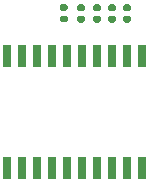
<source format=gbr>
%TF.GenerationSoftware,KiCad,Pcbnew,(5.1.6)-1*%
%TF.CreationDate,2020-09-22T22:22:24+03:00*%
%TF.ProjectId,ZX Keyboard logic,5a58204b-6579-4626-9f61-7264206c6f67,rev?*%
%TF.SameCoordinates,Original*%
%TF.FileFunction,Paste,Top*%
%TF.FilePolarity,Positive*%
%FSLAX46Y46*%
G04 Gerber Fmt 4.6, Leading zero omitted, Abs format (unit mm)*
G04 Created by KiCad (PCBNEW (5.1.6)-1) date 2020-09-22 22:22:24*
%MOMM*%
%LPD*%
G01*
G04 APERTURE LIST*
%ADD10R,0.650000X1.950000*%
G04 APERTURE END LIST*
%TO.C,R?-R1*%
G36*
G01*
X79928500Y-85939000D02*
X79583500Y-85939000D01*
G75*
G02*
X79436000Y-85791500I0J147500D01*
G01*
X79436000Y-85496500D01*
G75*
G02*
X79583500Y-85349000I147500J0D01*
G01*
X79928500Y-85349000D01*
G75*
G02*
X80076000Y-85496500I0J-147500D01*
G01*
X80076000Y-85791500D01*
G75*
G02*
X79928500Y-85939000I-147500J0D01*
G01*
G37*
G36*
G01*
X79928500Y-86909000D02*
X79583500Y-86909000D01*
G75*
G02*
X79436000Y-86761500I0J147500D01*
G01*
X79436000Y-86466500D01*
G75*
G02*
X79583500Y-86319000I147500J0D01*
G01*
X79928500Y-86319000D01*
G75*
G02*
X80076000Y-86466500I0J-147500D01*
G01*
X80076000Y-86761500D01*
G75*
G02*
X79928500Y-86909000I-147500J0D01*
G01*
G37*
%TD*%
%TO.C,R4*%
G36*
G01*
X74594500Y-85916000D02*
X74249500Y-85916000D01*
G75*
G02*
X74102000Y-85768500I0J147500D01*
G01*
X74102000Y-85473500D01*
G75*
G02*
X74249500Y-85326000I147500J0D01*
G01*
X74594500Y-85326000D01*
G75*
G02*
X74742000Y-85473500I0J-147500D01*
G01*
X74742000Y-85768500D01*
G75*
G02*
X74594500Y-85916000I-147500J0D01*
G01*
G37*
G36*
G01*
X74594500Y-86886000D02*
X74249500Y-86886000D01*
G75*
G02*
X74102000Y-86738500I0J147500D01*
G01*
X74102000Y-86443500D01*
G75*
G02*
X74249500Y-86296000I147500J0D01*
G01*
X74594500Y-86296000D01*
G75*
G02*
X74742000Y-86443500I0J-147500D01*
G01*
X74742000Y-86738500D01*
G75*
G02*
X74594500Y-86886000I-147500J0D01*
G01*
G37*
%TD*%
%TO.C,R3*%
G36*
G01*
X76036100Y-85939000D02*
X75691100Y-85939000D01*
G75*
G02*
X75543600Y-85791500I0J147500D01*
G01*
X75543600Y-85496500D01*
G75*
G02*
X75691100Y-85349000I147500J0D01*
G01*
X76036100Y-85349000D01*
G75*
G02*
X76183600Y-85496500I0J-147500D01*
G01*
X76183600Y-85791500D01*
G75*
G02*
X76036100Y-85939000I-147500J0D01*
G01*
G37*
G36*
G01*
X76036100Y-86909000D02*
X75691100Y-86909000D01*
G75*
G02*
X75543600Y-86761500I0J147500D01*
G01*
X75543600Y-86466500D01*
G75*
G02*
X75691100Y-86319000I147500J0D01*
G01*
X76036100Y-86319000D01*
G75*
G02*
X76183600Y-86466500I0J-147500D01*
G01*
X76183600Y-86761500D01*
G75*
G02*
X76036100Y-86909000I-147500J0D01*
G01*
G37*
%TD*%
%TO.C,R2*%
G36*
G01*
X77388500Y-85939000D02*
X77043500Y-85939000D01*
G75*
G02*
X76896000Y-85791500I0J147500D01*
G01*
X76896000Y-85496500D01*
G75*
G02*
X77043500Y-85349000I147500J0D01*
G01*
X77388500Y-85349000D01*
G75*
G02*
X77536000Y-85496500I0J-147500D01*
G01*
X77536000Y-85791500D01*
G75*
G02*
X77388500Y-85939000I-147500J0D01*
G01*
G37*
G36*
G01*
X77388500Y-86909000D02*
X77043500Y-86909000D01*
G75*
G02*
X76896000Y-86761500I0J147500D01*
G01*
X76896000Y-86466500D01*
G75*
G02*
X77043500Y-86319000I147500J0D01*
G01*
X77388500Y-86319000D01*
G75*
G02*
X77536000Y-86466500I0J-147500D01*
G01*
X77536000Y-86761500D01*
G75*
G02*
X77388500Y-86909000I-147500J0D01*
G01*
G37*
%TD*%
%TO.C,R1*%
G36*
G01*
X78658500Y-85939000D02*
X78313500Y-85939000D01*
G75*
G02*
X78166000Y-85791500I0J147500D01*
G01*
X78166000Y-85496500D01*
G75*
G02*
X78313500Y-85349000I147500J0D01*
G01*
X78658500Y-85349000D01*
G75*
G02*
X78806000Y-85496500I0J-147500D01*
G01*
X78806000Y-85791500D01*
G75*
G02*
X78658500Y-85939000I-147500J0D01*
G01*
G37*
G36*
G01*
X78658500Y-86909000D02*
X78313500Y-86909000D01*
G75*
G02*
X78166000Y-86761500I0J147500D01*
G01*
X78166000Y-86466500D01*
G75*
G02*
X78313500Y-86319000I147500J0D01*
G01*
X78658500Y-86319000D01*
G75*
G02*
X78806000Y-86466500I0J-147500D01*
G01*
X78806000Y-86761500D01*
G75*
G02*
X78658500Y-86909000I-147500J0D01*
G01*
G37*
%TD*%
D10*
%TO.C,IC3*%
X81069000Y-99213000D03*
X79799000Y-99213000D03*
X78529000Y-99213000D03*
X77259000Y-99213000D03*
X75989000Y-99213000D03*
X74719000Y-99213000D03*
X73449000Y-99213000D03*
X72179000Y-99213000D03*
X70909000Y-99213000D03*
X69639000Y-99213000D03*
X69639000Y-89763000D03*
X70909000Y-89763000D03*
X72179000Y-89763000D03*
X73449000Y-89763000D03*
X74719000Y-89763000D03*
X75989000Y-89763000D03*
X77259000Y-89763000D03*
X78529000Y-89763000D03*
X79799000Y-89763000D03*
X81069000Y-89763000D03*
%TD*%
M02*

</source>
